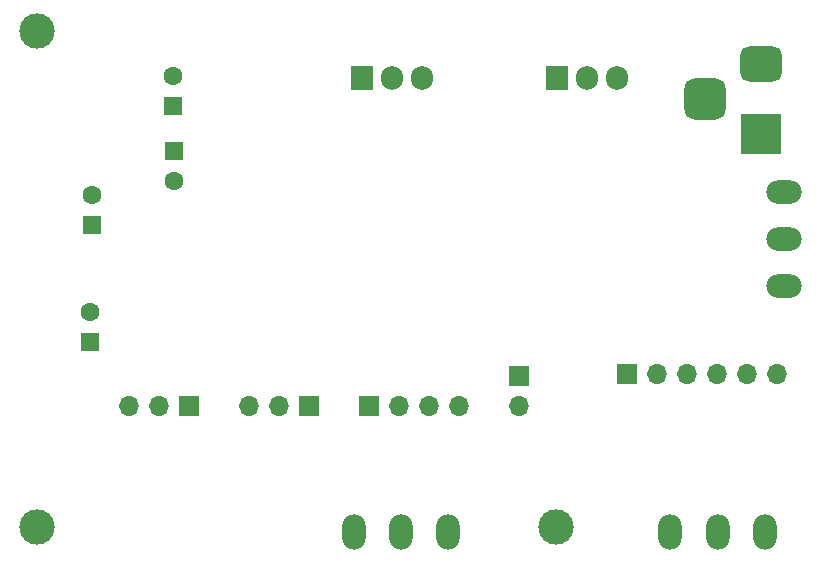
<source format=gbr>
%TF.GenerationSoftware,KiCad,Pcbnew,7.0.10*%
%TF.CreationDate,2024-04-03T15:56:11+05:30*%
%TF.ProjectId,power converter,706f7765-7220-4636-9f6e-766572746572,rev?*%
%TF.SameCoordinates,Original*%
%TF.FileFunction,Soldermask,Bot*%
%TF.FilePolarity,Negative*%
%FSLAX46Y46*%
G04 Gerber Fmt 4.6, Leading zero omitted, Abs format (unit mm)*
G04 Created by KiCad (PCBNEW 7.0.10) date 2024-04-03 15:56:11*
%MOMM*%
%LPD*%
G01*
G04 APERTURE LIST*
G04 Aperture macros list*
%AMRoundRect*
0 Rectangle with rounded corners*
0 $1 Rounding radius*
0 $2 $3 $4 $5 $6 $7 $8 $9 X,Y pos of 4 corners*
0 Add a 4 corners polygon primitive as box body*
4,1,4,$2,$3,$4,$5,$6,$7,$8,$9,$2,$3,0*
0 Add four circle primitives for the rounded corners*
1,1,$1+$1,$2,$3*
1,1,$1+$1,$4,$5*
1,1,$1+$1,$6,$7*
1,1,$1+$1,$8,$9*
0 Add four rect primitives between the rounded corners*
20,1,$1+$1,$2,$3,$4,$5,0*
20,1,$1+$1,$4,$5,$6,$7,0*
20,1,$1+$1,$6,$7,$8,$9,0*
20,1,$1+$1,$8,$9,$2,$3,0*%
G04 Aperture macros list end*
%ADD10R,1.700000X1.700000*%
%ADD11O,1.700000X1.700000*%
%ADD12C,3.000000*%
%ADD13R,1.600000X1.600000*%
%ADD14C,1.600000*%
%ADD15R,1.905000X2.000000*%
%ADD16O,1.905000X2.000000*%
%ADD17O,2.000000X3.000000*%
%ADD18O,3.000000X2.000000*%
%ADD19R,3.500000X3.500000*%
%ADD20RoundRect,0.750000X-1.000000X0.750000X-1.000000X-0.750000X1.000000X-0.750000X1.000000X0.750000X0*%
%ADD21RoundRect,0.875000X-0.875000X0.875000X-0.875000X-0.875000X0.875000X-0.875000X0.875000X0.875000X0*%
G04 APERTURE END LIST*
D10*
%TO.C,J4*%
X170050000Y-95930000D03*
D11*
X170050000Y-98470000D03*
%TD*%
D12*
%TO.C,H1*%
X173170000Y-108750000D03*
%TD*%
D13*
%TO.C,C3*%
X140713000Y-73070000D03*
D14*
X140713000Y-70570000D03*
%TD*%
D15*
%TO.C,U6*%
X173250000Y-70750000D03*
D16*
X175790000Y-70750000D03*
X178330000Y-70750000D03*
%TD*%
D10*
%TO.C,J3*%
X142110000Y-98470000D03*
D11*
X139570000Y-98470000D03*
X137030000Y-98470000D03*
%TD*%
D17*
%TO.C,SW1*%
X190850000Y-109150000D03*
X186850000Y-109150000D03*
X182850000Y-109150000D03*
%TD*%
D12*
%TO.C,H3*%
X129250000Y-66750000D03*
%TD*%
D13*
%TO.C,C2*%
X133855000Y-83165113D03*
D14*
X133855000Y-80665113D03*
%TD*%
D10*
%TO.C,J6*%
X157350000Y-98470000D03*
D11*
X159890000Y-98470000D03*
X162430000Y-98470000D03*
X164970000Y-98470000D03*
%TD*%
D10*
%TO.C,J2*%
X152270000Y-98470000D03*
D11*
X149730000Y-98470000D03*
X147190000Y-98470000D03*
%TD*%
D18*
%TO.C,SW2*%
X192450000Y-88350000D03*
X192450000Y-84350000D03*
X192450000Y-80350000D03*
%TD*%
D10*
%TO.C,J5*%
X179170000Y-95750000D03*
D11*
X181710000Y-95750000D03*
X184250000Y-95750000D03*
X186790000Y-95750000D03*
X189330000Y-95750000D03*
X191870000Y-95750000D03*
%TD*%
D13*
%TO.C,C4*%
X140840000Y-76944888D03*
D14*
X140840000Y-79444888D03*
%TD*%
D19*
%TO.C,J1*%
X190500000Y-75500000D03*
D20*
X190500000Y-69500000D03*
D21*
X185800000Y-72500000D03*
%TD*%
D15*
%TO.C,U1*%
X156750000Y-70750000D03*
D16*
X159290000Y-70750000D03*
X161830000Y-70750000D03*
%TD*%
D13*
%TO.C,C1*%
X133728000Y-93071113D03*
D14*
X133728000Y-90571113D03*
%TD*%
D12*
%TO.C,H2*%
X129250000Y-108750000D03*
%TD*%
D17*
%TO.C,SW3*%
X164050000Y-109150000D03*
X160050000Y-109150000D03*
X156050000Y-109150000D03*
%TD*%
M02*

</source>
